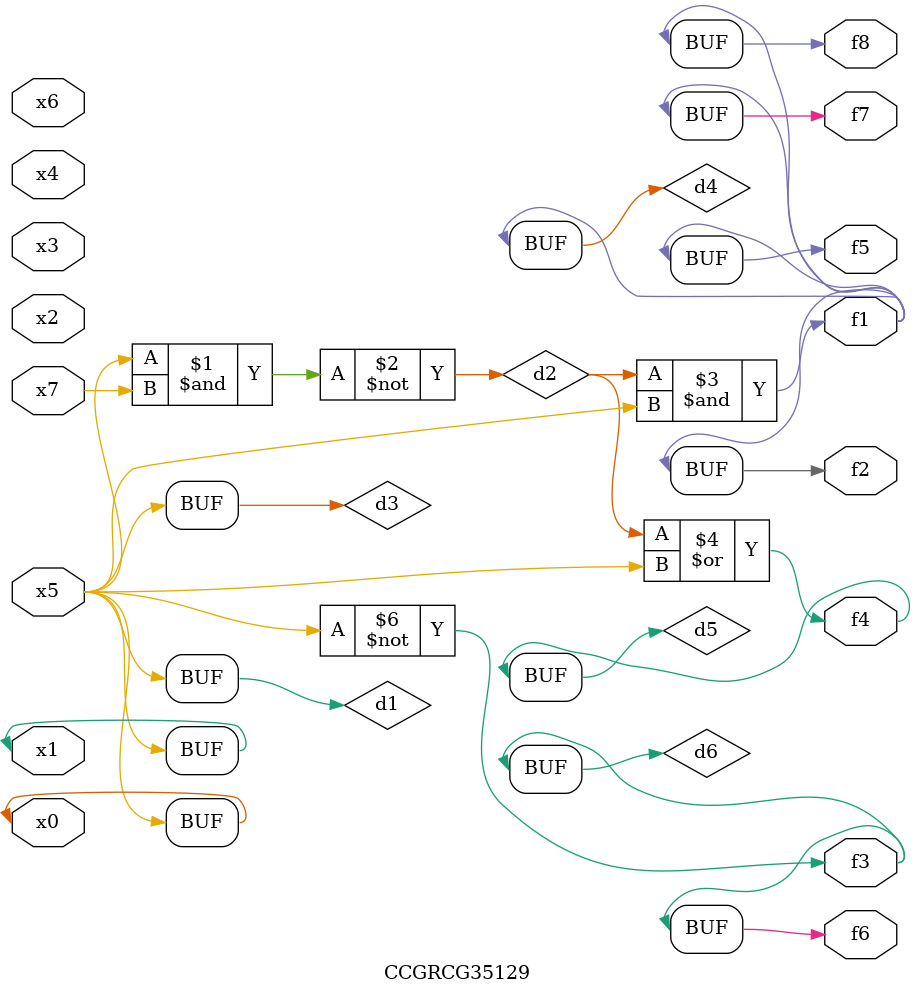
<source format=v>
module CCGRCG35129(
	input x0, x1, x2, x3, x4, x5, x6, x7,
	output f1, f2, f3, f4, f5, f6, f7, f8
);

	wire d1, d2, d3, d4, d5, d6;

	buf (d1, x0, x5);
	nand (d2, x5, x7);
	buf (d3, x0, x1);
	and (d4, d2, d3);
	or (d5, d2, d3);
	nor (d6, d1, d3);
	assign f1 = d4;
	assign f2 = d4;
	assign f3 = d6;
	assign f4 = d5;
	assign f5 = d4;
	assign f6 = d6;
	assign f7 = d4;
	assign f8 = d4;
endmodule

</source>
